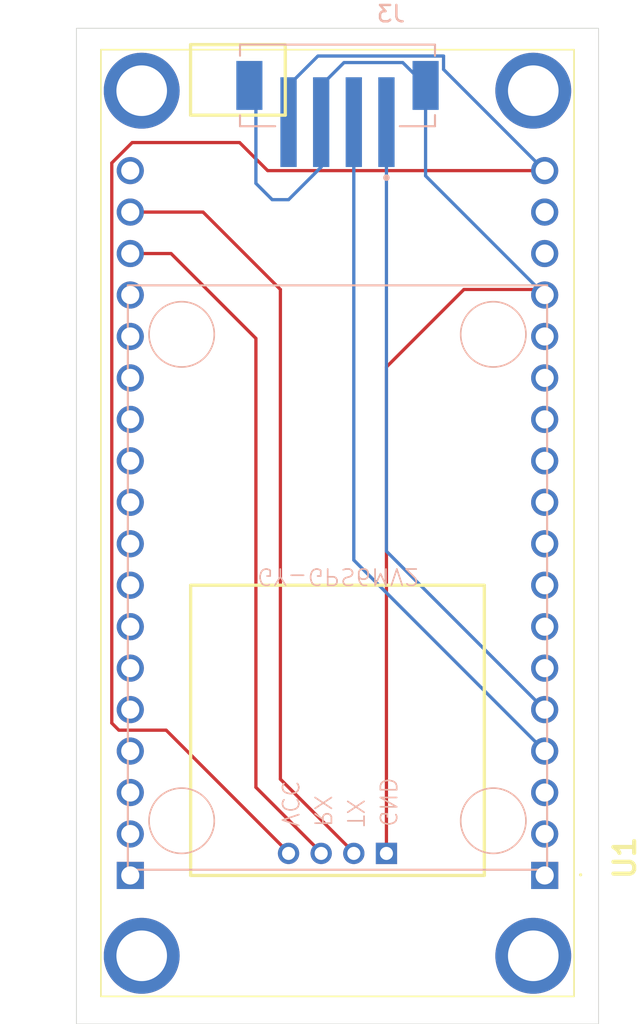
<source format=kicad_pcb>
(kicad_pcb (version 20241229) (generator "pcbnew") (generator_version "9.0")
  (layers (0 "F.Cu" signal) (2 "B.Cu" signal) (13 "F.Paste" user) (15 "B.Paste" user) (5 "F.SilkS" user "F.Silkscreen") (7 "B.SilkS" user "B.Silkscreen") (1 "F.Mask" user) (3 "B.Mask" user) (25 "Edge.Cuts" user))
  (net 0 "")
  (net 1 "GND")
  (net 2 "TX")
  (net 3 "RX")
  (net 4 "vcc")
  (net 5 "TX_1")
  (net 6 "RX_1")
  (footprint "Library:FIREBEETLE_ESP32" (layer "F.Cu") (at 202 77 -90)
    (property "Reference" "U1" (at 24.322 -17.61 90) (layer "F.SilkS") (effects (font (size 1.27 1.27) (thickness 0.254))))
    (property "Value" "DFR0478" (hide yes))
    (fp_line (start -25.19 14.5) (end -25.19 -14.5) (stroke (width 0.1)) (layer "F.SilkS"))
    (fp_line (start 32.81 14.5) (end -25.19 14.5) (stroke (width 0.1)) (layer "F.SilkS"))
    (fp_line (start -25.5 9.005) (end -21.178 9.005) (stroke (width 0.2)) (layer "F.SilkS"))
    (fp_line (start -21.178 9.005) (end -21.178 3.199) (stroke (width 0.2)) (layer "F.SilkS"))
    (fp_line (start 7.62 9) (end 25.4 9) (stroke (width 0.2)) (layer "F.SilkS"))
    (fp_line (start 25.4 9) (end 25.4 -9) (stroke (width 0.2)) (layer "F.SilkS"))
    (fp_line (start -25.5 3.199) (end -25.5 9.005) (stroke (width 0.2)) (layer "F.SilkS"))
    (fp_line (start -21.178 3.199) (end -25.5 3.199) (stroke (width 0.2)) (layer "F.SilkS"))
    (fp_line (start 7.62 -9) (end 7.62 9) (stroke (width 0.2)) (layer "F.SilkS"))
    (fp_line (start 25.4 -9) (end 7.62 -9) (stroke (width 0.2)) (layer "F.SilkS"))
    (fp_line (start -25.19 -14.5) (end 32.81 -14.5) (stroke (width 0.1)) (layer "F.SilkS"))
    (fp_line (start 32.81 -14.5) (end 32.81 14.5) (stroke (width 0.1)) (layer "F.SilkS"))
    (fp_line (start 25.31 -14.9) (end 25.31 -14.9) (stroke (width 0.1)) (layer "F.SilkS"))
    (fp_line (start 25.41 -14.9) (end 25.41 -14.9) (stroke (width 0.1)) (layer "F.SilkS"))
    (fp_arc (start 25.31 -14.9) (mid 25.36 -14.95) (end 25.41 -14.9) (stroke (width 0.1)) (layer "F.SilkS"))
    (fp_arc (start 25.41 -14.9) (mid 25.36 -14.85) (end 25.31 -14.9) (stroke (width 0.1)) (layer "F.SilkS"))
    (pad "1" thru_hole rect (at 25.4 -12.7 270) (size 1.665 1.665) (drill 1.11) (layers "*.Cu" "*.Mask"))
    (pad "2" thru_hole circle (at 22.86 -12.7 270) (size 1.665 1.665) (drill 1.11) (layers "*.Cu" "*.Mask"))
    (pad "3" thru_hole circle (at 20.32 -12.7 270) (size 1.665 1.665) (drill 1.11) (layers "*.Cu" "*.Mask"))
    (pad "4" thru_hole circle (at 17.78 -12.7 270) (size 1.665 1.665) (drill 1.11) (layers "*.Cu" "*.Mask") (net 6 "RX_1"))
    (pad "5" thru_hole circle (at 15.24 -12.7 270) (size 1.665 1.665) (drill 1.11) (layers "*.Cu" "*.Mask") (net 5 "TX_1"))
    (pad "6" thru_hole circle (at 12.7 -12.7 270) (size 1.665 1.665) (drill 1.11) (layers "*.Cu" "*.Mask"))
    (pad "7" thru_hole circle (at 10.16 -12.7 270) (size 1.665 1.665) (drill 1.11) (layers "*.Cu" "*.Mask"))
    (pad "8" thru_hole circle (at 7.62 -12.7 270) (size 1.665 1.665) (drill 1.11) (layers "*.Cu" "*.Mask"))
    (pad "9" thru_hole circle (at 5.08 -12.7 270) (size 1.665 1.665) (drill 1.11) (layers "*.Cu" "*.Mask"))
    (pad "10" thru_hole circle (at 2.54 -12.7 270) (size 1.665 1.665) (drill 1.11) (layers "*.Cu" "*.Mask"))
    (pad "11" thru_hole circle (at 0 -12.7 270) (size 1.665 1.665) (drill 1.11) (layers "*.Cu" "*.Mask"))
    (pad "12" thru_hole circle (at -2.54 -12.7 270) (size 1.665 1.665) (drill 1.11) (layers "*.Cu" "*.Mask"))
    (pad "13" thru_hole circle (at -5.08 -12.7 270) (size 1.665 1.665) (drill 1.11) (layers "*.Cu" "*.Mask"))
    (pad "14" thru_hole circle (at -7.62 -12.7 270) (size 1.665 1.665) (drill 1.11) (layers "*.Cu" "*.Mask"))
    (pad "15" thru_hole circle (at -10.16 -12.7 270) (size 1.665 1.665) (drill 1.11) (layers "*.Cu" "*.Mask") (net 1 "GND"))
    (pad "16" thru_hole circle (at -12.7 -12.7 270) (size 1.665 1.665) (drill 1.11) (layers "*.Cu" "*.Mask"))
    (pad "17" thru_hole circle (at -15.24 -12.7 270) (size 1.665 1.665) (drill 1.11) (layers "*.Cu" "*.Mask"))
    (pad "18" thru_hole circle (at -17.78 -12.7 270) (size 1.665 1.665) (drill 1.11) (layers "*.Cu" "*.Mask") (net 4 "vcc"))
    (pad "19" thru_hole rect (at 25.4 12.7 270) (size 1.665 1.665) (drill 1.11) (layers "*.Cu" "*.Mask"))
    (pad "20" thru_hole circle (at 22.86 12.7 270) (size 1.665 1.665) (drill 1.11) (layers "*.Cu" "*.Mask"))
    (pad "21" thru_hole circle (at 20.32 12.7 270) (size 1.665 1.665) (drill 1.11) (layers "*.Cu" "*.Mask"))
    (pad "22" thru_hole circle (at 17.78 12.7 270) (size 1.665 1.665) (drill 1.11) (layers "*.Cu" "*.Mask"))
    (pad "23" thru_hole circle (at 15.24 12.7 270) (size 1.665 1.665) (drill 1.11) (layers "*.Cu" "*.Mask"))
    (pad "24" thru_hole circle (at 12.7 12.7 270) (size 1.665 1.665) (drill 1.11) (layers "*.Cu" "*.Mask"))
    (pad "25" thru_hole circle (at 10.16 12.7 270) (size 1.665 1.665) (drill 1.11) (layers "*.Cu" "*.Mask"))
    (pad "26" thru_hole circle (at 7.62 12.7 270) (size 1.665 1.665) (drill 1.11) (layers "*.Cu" "*.Mask"))
    (pad "27" thru_hole circle (at 5.08 12.7 270) (size 1.665 1.665) (drill 1.11) (layers "*.Cu" "*.Mask"))
    (pad "28" thru_hole circle (at 2.54 12.7 270) (size 1.665 1.665) (drill 1.11) (layers "*.Cu" "*.Mask"))
    (pad "29" thru_hole circle (at 0 12.7 270) (size 1.665 1.665) (drill 1.11) (layers "*.Cu" "*.Mask"))
    (pad "30" thru_hole circle (at -2.54 12.7 270) (size 1.665 1.665) (drill 1.11) (layers "*.Cu" "*.Mask"))
    (pad "31" thru_hole circle (at -5.08 12.7 270) (size 1.665 1.665) (drill 1.11) (layers "*.Cu" "*.Mask"))
    (pad "32" thru_hole circle (at -7.62 12.7 270) (size 1.665 1.665) (drill 1.11) (layers "*.Cu" "*.Mask"))
    (pad "33" thru_hole circle (at -10.16 12.7 270) (size 1.665 1.665) (drill 1.11) (layers "*.Cu" "*.Mask"))
    (pad "34" thru_hole circle (at -12.7 12.7 270) (size 1.665 1.665) (drill 1.11) (layers "*.Cu" "*.Mask") (net 3 "RX"))
    (pad "35" thru_hole circle (at -15.24 12.7 270) (size 1.665 1.665) (drill 1.11) (layers "*.Cu" "*.Mask") (net 2 "TX"))
    (pad "36" thru_hole circle (at -17.78 12.7 270) (size 1.665 1.665) (drill 1.11) (layers "*.Cu" "*.Mask"))
    (pad "MH1" thru_hole circle (at -22.677 12 270) (size 4.65 4.65) (drill 3.1) (layers "*.Cu" "*.Mask"))
    (pad "MH2" thru_hole circle (at -22.677 -12 270) (size 4.65 4.65) (drill 3.1) (layers "*.Cu" "*.Mask"))
    (pad "MH3" thru_hole circle (at 30.323 -12 270) (size 4.65 4.65) (drill 3.1) (layers "*.Cu" "*.Mask"))
    (pad "MH4" thru_hole circle (at 30.323 12 270) (size 4.65 4.65) (drill 3.1) (layers "*.Cu" "*.Mask"))
  )
  (footprint "Library:JST_B4B-PH-SM4-TB__LF__SN_" (layer "B.Cu") (at 202 54 180)
    (property "Reference" "J3" (at -3.275 4.385 0) (layer "B.SilkS") (effects (justify mirror)))
    (property "Value" "B4B-PH-SM4-TB__LF__SN_")
    (fp_line (start 5.975 2.5) (end 5.975 1.82) (stroke (width 0.127)) (layer "B.SilkS"))
    (fp_line (start 5.975 -2.5) (end 5.975 -1.82) (stroke (width 0.127)) (layer "B.SilkS"))
    (fp_line (start 5.975 -2.5) (end 3.82 -2.5) (stroke (width 0.127)) (layer "B.SilkS"))
    (fp_line (start -3.82 -2.5) (end -5.975 -2.5) (stroke (width 0.127)) (layer "B.SilkS"))
    (fp_line (start -5.975 2.5) (end 5.975 2.5) (stroke (width 0.127)) (layer "B.SilkS"))
    (fp_line (start -5.975 1.82) (end -5.975 2.5) (stroke (width 0.127)) (layer "B.SilkS"))
    (fp_line (start -5.975 -2.5) (end -5.975 -1.82) (stroke (width 0.127)) (layer "B.SilkS"))
    (fp_circle (center -3 -5.65) (end -2.9 -5.65) (stroke (width 0.2)) (fill no) (layer "B.SilkS"))
    (pad "1" smd rect (at -3 -2.25 180) (size 1 5.5) (layers "B.Cu" "B.Mask" "B.Paste") (net 5 "TX_1"))
    (pad "2" smd rect (at -1 -2.25 180) (size 1 5.5) (layers "B.Cu" "B.Mask" "B.Paste") (net 6 "RX_1"))
    (pad "3" smd rect (at 1 -2.25 180) (size 1 5.5) (layers "B.Cu" "B.Mask" "B.Paste") (net 1 "GND"))
    (pad "4" smd rect (at 3 -2.25 180) (size 1 5.5) (layers "B.Cu" "B.Mask" "B.Paste") (net 4 "vcc"))
    (pad "SH1" smd rect (at -5.4 0 180) (size 1.6 3) (layers "B.Cu" "B.Mask" "B.Paste") (net 1 "GND"))
    (pad "SH2" smd rect (at 5.4 0 180) (size 1.6 3) (layers "B.Cu" "B.Mask" "B.Paste") (net 1 "GND"))
  )
  (footprint "Library:GY-GPS6MV2" (layer "B.Cu") (at 202 84)
    (property "Reference" "J2" (hide yes))
    (property "Value" "Conn_01x04_Pin" (hide yes))
    (fp_line (start -12.85 -17.75) (end -12.85 18.05) (stroke (width 0.127)) (layer "B.SilkS"))
    (fp_line (start -12.85 -17.75) (end 12.85 -17.75) (stroke (width 0.127)) (layer "B.SilkS"))
    (fp_line (start -12.85 18.05) (end 12.85 18.05) (stroke (width 0.127)) (layer "B.SilkS"))
    (fp_line (start 12.85 -17.75) (end 12.85 18.05) (stroke (width 0.127)) (layer "B.SilkS"))
    (fp_circle (center -9.55 -14.75) (end -9.55 -12.75) (stroke (width 0.1)) (fill no) (layer "B.SilkS"))
    (fp_circle (center -9.55 15.05) (end -9.55 17.05) (stroke (width 0.1)) (fill no) (layer "B.SilkS"))
    (fp_circle (center 9.55 -14.75) (end 9.55 -16.75) (stroke (width 0.1)) (fill no) (layer "B.SilkS"))
    (fp_circle (center 9.55 15.05) (end 9.55 13.05) (stroke (width 0.1)) (fill no) (layer "B.SilkS"))
    (fp_text user "VCC" (at -3.5 15.5 270) (layer "B.SilkS") (effects (font (thickness 0.1)) (justify left bottom mirror)))
    (fp_text user "GND" (at 2.5 15.5 270) (layer "B.SilkS") (effects (font (thickness 0.1)) (justify left bottom mirror)))
    (fp_text user "RX" (at -1.5 15.5 270) (layer "B.SilkS") (effects (font (thickness 0.1)) (justify left bottom mirror)))
    (fp_text user "TX" (at 0.5 15.5 270) (layer "B.SilkS") (effects (font (thickness 0.1)) (justify left bottom mirror)))
    (fp_text user "GY-GPS6MV2" (at -5 -0.5 180) (layer "B.SilkS") (effects (font (thickness 0.1)) (justify left bottom mirror)))
    (pad "1" thru_hole rect (at 3 17.05 180) (size 1.308 1.308) (drill 0.8) (layers "*.Cu" "*.Mask") (net 1 "GND"))
    (pad "2" thru_hole circle (at 1 17.05 180) (size 1.308 1.308) (drill 0.8) (layers "*.Cu" "*.Mask") (net 2 "TX"))
    (pad "3" thru_hole circle (at -1 17.05 180) (size 1.308 1.308) (drill 0.8) (layers "*.Cu" "*.Mask") (net 3 "RX"))
    (pad "4" thru_hole circle (at -3 17.05 180) (size 1.308 1.308) (drill 0.8) (layers "*.Cu" "*.Mask") (net 4 "vcc"))
  )
  (gr_rect (start 186 50.5) (end 218 111.5) (stroke (width 0.05)) (fill no) (layer "Edge.Cuts"))
  (segment (start 205 101) (end 205 71.25) (width 0.2) (layer "F.Cu") (net 1))
  (segment (start 214.36 66.5) (end 214.7 66.84) (width 0.2) (layer "F.Cu") (net 1))
  (segment (start 205 71.25) (end 209.75 66.5) (width 0.2) (layer "F.Cu") (net 1))
  (segment (start 209.75 66.5) (end 214.36 66.5) (width 0.2) (layer "F.Cu") (net 1))
  (segment (start 206 52.6) (end 207.4 54) (width 0.2) (layer "B.Cu") (net 1))
  (segment (start 199 61) (end 201 59) (width 0.2) (layer "B.Cu") (net 1))
  (segment (start 198 61) (end 199 61) (width 0.2) (layer "B.Cu") (net 1))
  (segment (start 197 54.4) (end 197 60) (width 0.2) (layer "B.Cu") (net 1))
  (segment (start 201 54) (end 202.4 52.6) (width 0.2) (layer "B.Cu") (net 1))
  (segment (start 202.4 52.6) (end 206 52.6) (width 0.2) (layer "B.Cu") (net 1))
  (segment (start 201 59) (end 201 56.25) (width 0.2) (layer "B.Cu") (net 1))
  (segment (start 207.4 54) (end 207.4 59.54) (width 0.2) (layer "B.Cu") (net 1))
  (segment (start 201 56.25) (end 201 54) (width 0.2) (layer "B.Cu") (net 1))
  (segment (start 207.4 59.54) (end 214.7 66.84) (width 0.2) (layer "B.Cu") (net 1))
  (segment (start 196.6 54) (end 197 54.4) (width 0.2) (layer "B.Cu") (net 1))
  (segment (start 197 60) (end 198 61) (width 0.2) (layer "B.Cu") (net 1))
  (segment (start 198.5 96.5) (end 198.5 66.5) (width 0.2) (layer "F.Cu") (net 2))
  (segment (start 203 101) (end 198.5 96.5) (width 0.2) (layer "F.Cu") (net 2))
  (segment (start 193.76 61.76) (end 189.3 61.76) (width 0.2) (layer "F.Cu") (net 2))
  (segment (start 198.5 66.5) (end 193.76 61.76) (width 0.2) (layer "F.Cu") (net 2))
  (segment (start 201 101) (end 197 97) (width 0.2) (layer "F.Cu") (net 3))
  (segment (start 191.8 64.3) (end 189.3 64.3) (width 0.2) (layer "F.Cu") (net 3))
  (segment (start 197 69.5) (end 191.8 64.3) (width 0.2) (layer "F.Cu") (net 3))
  (segment (start 197 97) (end 197 69.5) (width 0.2) (layer "F.Cu") (net 3))
  (segment (start 199 101) (end 191.5 93.5) (width 0.2) (layer "F.Cu") (net 4))
  (segment (start 191.5 93.5) (end 188.601 93.5) (width 0.2) (layer "F.Cu") (net 4))
  (segment (start 197.72 59.22) (end 214.7 59.22) (width 0.2) (layer "F.Cu") (net 4))
  (segment (start 189.416988 57.5) (end 196 57.5) (width 0.2) (layer "F.Cu") (net 4))
  (segment (start 188.1665 58.750488) (end 189.416988 57.5) (width 0.2) (layer "F.Cu") (net 4))
  (segment (start 188.601 93.5) (end 188.1665 93.0655) (width 0.2) (layer "F.Cu") (net 4))
  (segment (start 196 57.5) (end 197.72 59.22) (width 0.2) (layer "F.Cu") (net 4))
  (segment (start 188.1665 93.0655) (end 188.1665 58.750488) (width 0.2) (layer "F.Cu") (net 4))
  (segment (start 208.501 53.021) (end 214.7 59.22) (width 0.2) (layer "B.Cu") (net 4))
  (segment (start 200.801 52.199) (end 208.501 52.199) (width 0.2) (layer "B.Cu") (net 4))
  (segment (start 199 56.25) (end 199 54) (width 0.2) (layer "B.Cu") (net 4))
  (segment (start 208.501 52.199) (end 208.501 53.021) (width 0.2) (layer "B.Cu") (net 4))
  (segment (start 199 54) (end 200.801 52.199) (width 0.2) (layer "B.Cu") (net 4))
  (segment (start 205 56.25) (end 205 82.54) (width 0.2) (layer "B.Cu") (net 5))
  (segment (start 205 82.54) (end 214.7 92.24) (width 0.2) (layer "B.Cu") (net 5))
  (segment (start 203 83.08) (end 214.7 94.78) (width 0.2) (layer "B.Cu") (net 6))
  (segment (start 203 56.25) (end 203 83.08) (width 0.2) (layer "B.Cu") (net 6))
)
</source>
